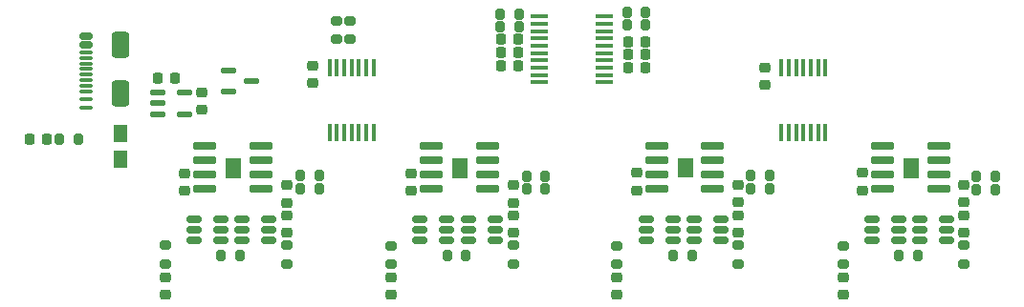
<source format=gbr>
%TF.GenerationSoftware,KiCad,Pcbnew,7.0.2*%
%TF.CreationDate,2023-06-23T11:00:42+02:00*%
%TF.ProjectId,DA_01_0V2_Smart_Battery_Charger,44415f30-315f-4305-9632-5f536d617274,rev?*%
%TF.SameCoordinates,Original*%
%TF.FileFunction,Paste,Top*%
%TF.FilePolarity,Positive*%
%FSLAX46Y46*%
G04 Gerber Fmt 4.6, Leading zero omitted, Abs format (unit mm)*
G04 Created by KiCad (PCBNEW 7.0.2) date 2023-06-23 11:00:42*
%MOMM*%
%LPD*%
G01*
G04 APERTURE LIST*
G04 Aperture macros list*
%AMRoundRect*
0 Rectangle with rounded corners*
0 $1 Rounding radius*
0 $2 $3 $4 $5 $6 $7 $8 $9 X,Y pos of 4 corners*
0 Add a 4 corners polygon primitive as box body*
4,1,4,$2,$3,$4,$5,$6,$7,$8,$9,$2,$3,0*
0 Add four circle primitives for the rounded corners*
1,1,$1+$1,$2,$3*
1,1,$1+$1,$4,$5*
1,1,$1+$1,$6,$7*
1,1,$1+$1,$8,$9*
0 Add four rect primitives between the rounded corners*
20,1,$1+$1,$2,$3,$4,$5,0*
20,1,$1+$1,$4,$5,$6,$7,0*
20,1,$1+$1,$6,$7,$8,$9,0*
20,1,$1+$1,$8,$9,$2,$3,0*%
G04 Aperture macros list end*
%ADD10C,0.010000*%
%ADD11RoundRect,0.102500X-0.677500X-0.102500X0.677500X-0.102500X0.677500X0.102500X-0.677500X0.102500X0*%
%ADD12RoundRect,0.145000X-0.550000X-0.145000X0.550000X-0.145000X0.550000X0.145000X-0.550000X0.145000X0*%
%ADD13RoundRect,0.147500X-0.512500X-0.147500X0.512500X-0.147500X0.512500X0.147500X-0.512500X0.147500X0*%
%ADD14RoundRect,0.042000X-0.943000X-0.258000X0.943000X-0.258000X0.943000X0.258000X-0.943000X0.258000X0*%
%ADD15RoundRect,0.150000X-0.525000X-0.150000X0.525000X-0.150000X0.525000X0.150000X-0.525000X0.150000X0*%
%ADD16RoundRect,0.200000X0.275000X-0.200000X0.275000X0.200000X-0.275000X0.200000X-0.275000X-0.200000X0*%
%ADD17RoundRect,0.200000X-0.200000X-0.275000X0.200000X-0.275000X0.200000X0.275000X-0.200000X0.275000X0*%
%ADD18RoundRect,0.225000X-0.225000X-0.250000X0.225000X-0.250000X0.225000X0.250000X-0.225000X0.250000X0*%
%ADD19RoundRect,0.218750X0.256250X-0.218750X0.256250X0.218750X-0.256250X0.218750X-0.256250X-0.218750X0*%
%ADD20RoundRect,0.225000X0.250000X-0.225000X0.250000X0.225000X-0.250000X0.225000X-0.250000X-0.225000X0*%
%ADD21RoundRect,0.200000X0.200000X0.275000X-0.200000X0.275000X-0.200000X-0.275000X0.200000X-0.275000X0*%
%ADD22RoundRect,0.225000X0.225000X0.250000X-0.225000X0.250000X-0.225000X-0.250000X0.225000X-0.250000X0*%
%ADD23RoundRect,0.225000X-0.250000X0.225000X-0.250000X-0.225000X0.250000X-0.225000X0.250000X0.225000X0*%
%ADD24RoundRect,0.102500X0.102500X-0.647500X0.102500X0.647500X-0.102500X0.647500X-0.102500X-0.647500X0*%
%ADD25RoundRect,0.294500X0.480500X-0.870500X0.480500X0.870500X-0.480500X0.870500X-0.480500X-0.870500X0*%
%ADD26RoundRect,0.150000X-0.420000X0.150000X-0.420000X-0.150000X0.420000X-0.150000X0.420000X0.150000X0*%
%ADD27RoundRect,0.075000X-0.495000X0.075000X-0.495000X-0.075000X0.495000X-0.075000X0.495000X0.075000X0*%
%ADD28RoundRect,0.200000X-0.275000X0.200000X-0.275000X-0.200000X0.275000X-0.200000X0.275000X0.200000X0*%
%ADD29R,1.295400X1.497552*%
G04 APERTURE END LIST*
%TO.C,U6*%
D10*
X140677000Y-86320000D02*
X139387000Y-86320000D01*
X139387000Y-84680000D01*
X140677000Y-84680000D01*
X140677000Y-86320000D01*
G36*
X140677000Y-86320000D02*
G01*
X139387000Y-86320000D01*
X139387000Y-84680000D01*
X140677000Y-84680000D01*
X140677000Y-86320000D01*
G37*
%TO.C,U5*%
X120645000Y-86320000D02*
X119355000Y-86320000D01*
X119355000Y-84680000D01*
X120645000Y-84680000D01*
X120645000Y-86320000D01*
G36*
X120645000Y-86320000D02*
G01*
X119355000Y-86320000D01*
X119355000Y-84680000D01*
X120645000Y-84680000D01*
X120645000Y-86320000D01*
G37*
%TO.C,U8*%
X180645000Y-86320000D02*
X179355000Y-86320000D01*
X179355000Y-84680000D01*
X180645000Y-84680000D01*
X180645000Y-86320000D01*
G36*
X180645000Y-86320000D02*
G01*
X179355000Y-86320000D01*
X179355000Y-84680000D01*
X180645000Y-84680000D01*
X180645000Y-86320000D01*
G37*
%TO.C,U7*%
X160645000Y-86270000D02*
X159355000Y-86270000D01*
X159355000Y-84630000D01*
X160645000Y-84630000D01*
X160645000Y-86270000D01*
G36*
X160645000Y-86270000D02*
G01*
X159355000Y-86270000D01*
X159355000Y-84630000D01*
X160645000Y-84630000D01*
X160645000Y-86270000D01*
G37*
%TD*%
D11*
%TO.C,U2*%
X147120000Y-72075000D03*
X147120000Y-72725000D03*
X147120000Y-73375000D03*
X147120000Y-74025000D03*
X147120000Y-74675000D03*
X147120000Y-75325000D03*
X147120000Y-75975000D03*
X147120000Y-76625000D03*
X147120000Y-77275000D03*
X147120000Y-77925000D03*
X152880000Y-77925000D03*
X152880000Y-77275000D03*
X152880000Y-76625000D03*
X152880000Y-75975000D03*
X152880000Y-75325000D03*
X152880000Y-74675000D03*
X152880000Y-74025000D03*
X152880000Y-73375000D03*
X152880000Y-72725000D03*
X152880000Y-72075000D03*
%TD*%
D12*
%TO.C,U1*%
X113354654Y-78838517D03*
X113354654Y-79788517D03*
X113354654Y-80738517D03*
X115684654Y-80738517D03*
X115684654Y-78838517D03*
%TD*%
D13*
%TO.C,D2*%
X119583000Y-76850000D03*
X119583000Y-78750000D03*
X121613000Y-77800000D03*
%TD*%
D14*
%TO.C,U6*%
X137557000Y-83595000D03*
X137557000Y-84865000D03*
X137557000Y-86135000D03*
X137557000Y-87405000D03*
X142507000Y-87405000D03*
X142507000Y-86135000D03*
X142507000Y-84865000D03*
X142507000Y-83595000D03*
%TD*%
%TO.C,U5*%
X117525000Y-83595000D03*
X117525000Y-84865000D03*
X117525000Y-86135000D03*
X117525000Y-87405000D03*
X122475000Y-87405000D03*
X122475000Y-86135000D03*
X122475000Y-84865000D03*
X122475000Y-83595000D03*
%TD*%
%TO.C,U8*%
X177525000Y-83595000D03*
X177525000Y-84865000D03*
X177525000Y-86135000D03*
X177525000Y-87405000D03*
X182475000Y-87405000D03*
X182475000Y-86135000D03*
X182475000Y-84865000D03*
X182475000Y-83595000D03*
%TD*%
%TO.C,U7*%
X157525000Y-83545000D03*
X157525000Y-84815000D03*
X157525000Y-86085000D03*
X157525000Y-87355000D03*
X162475000Y-87355000D03*
X162475000Y-86085000D03*
X162475000Y-84815000D03*
X162475000Y-83545000D03*
%TD*%
D15*
%TO.C,U9*%
X120825000Y-90050000D03*
X120825000Y-91000000D03*
X120825000Y-91950000D03*
X123195000Y-91950000D03*
X123195000Y-91000000D03*
X123195000Y-90050000D03*
%TD*%
%TO.C,U11*%
X160815000Y-90050000D03*
X160815000Y-91000000D03*
X160815000Y-91950000D03*
X163185000Y-91950000D03*
X163185000Y-91000000D03*
X163185000Y-90050000D03*
%TD*%
%TO.C,U12*%
X180815000Y-90050000D03*
X180815000Y-91000000D03*
X180815000Y-91950000D03*
X183185000Y-91950000D03*
X183185000Y-91000000D03*
X183185000Y-90050000D03*
%TD*%
%TO.C,Q3*%
X156565000Y-90050000D03*
X156565000Y-91000000D03*
X156565000Y-91950000D03*
X158935000Y-91950000D03*
X158935000Y-91000000D03*
X158935000Y-90050000D03*
%TD*%
%TO.C,Q4*%
X176565000Y-90050000D03*
X176565000Y-91000000D03*
X176565000Y-91950000D03*
X178935000Y-91950000D03*
X178935000Y-91000000D03*
X178935000Y-90050000D03*
%TD*%
%TO.C,Q2*%
X136565000Y-90050000D03*
X136565000Y-91000000D03*
X136565000Y-91950000D03*
X138935000Y-91950000D03*
X138935000Y-91000000D03*
X138935000Y-90050000D03*
%TD*%
%TO.C,Q1*%
X116575000Y-90050000D03*
X116575000Y-91000000D03*
X116575000Y-91950000D03*
X118945000Y-91950000D03*
X118945000Y-91000000D03*
X118945000Y-90050000D03*
%TD*%
%TO.C,U10*%
X140815000Y-90050000D03*
X140815000Y-91000000D03*
X140815000Y-91950000D03*
X143185000Y-91950000D03*
X143185000Y-91000000D03*
X143185000Y-90050000D03*
%TD*%
D16*
%TO.C,R27*%
X129200000Y-74125000D03*
X129200000Y-72475000D03*
%TD*%
D17*
%TO.C,R11*%
X125975000Y-86200000D03*
X127625000Y-86200000D03*
%TD*%
D16*
%TO.C,R19*%
X144800000Y-94050000D03*
X144800000Y-92400000D03*
%TD*%
D18*
%TO.C,C8*%
X101975000Y-83000000D03*
X103525000Y-83000000D03*
%TD*%
D17*
%TO.C,R1*%
X143675000Y-71850000D03*
X145325000Y-71850000D03*
%TD*%
D18*
%TO.C,C3*%
X154950000Y-74300000D03*
X156500000Y-74300000D03*
%TD*%
D19*
%TO.C,D5*%
X174000000Y-96787500D03*
X174000000Y-95212500D03*
%TD*%
D20*
%TO.C,C16*%
X175750000Y-87525000D03*
X175750000Y-85975000D03*
%TD*%
D21*
%TO.C,R24*%
X160625000Y-93300000D03*
X158975000Y-93300000D03*
%TD*%
D20*
%TO.C,C14*%
X135750000Y-87545000D03*
X135750000Y-85995000D03*
%TD*%
D22*
%TO.C,C6*%
X145275000Y-75300000D03*
X143725000Y-75300000D03*
%TD*%
D23*
%TO.C,C18*%
X144800000Y-87075000D03*
X144800000Y-88625000D03*
%TD*%
D21*
%TO.C,R5*%
X156550000Y-71700000D03*
X154900000Y-71700000D03*
%TD*%
D23*
%TO.C,C7*%
X117250000Y-78800000D03*
X117250000Y-80350000D03*
%TD*%
D18*
%TO.C,C1*%
X154950000Y-76650000D03*
X156500000Y-76650000D03*
%TD*%
D23*
%TO.C,C11*%
X127075000Y-76425000D03*
X127075000Y-77975000D03*
%TD*%
D24*
%TO.C,U4*%
X168550000Y-82385000D03*
X169200000Y-82385000D03*
X169850000Y-82385000D03*
X170500000Y-82385000D03*
X171150000Y-82385000D03*
X171800000Y-82385000D03*
X172450000Y-82385000D03*
X172450000Y-76615000D03*
X171800000Y-76615000D03*
X171150000Y-76615000D03*
X170500000Y-76615000D03*
X169850000Y-76615000D03*
X169200000Y-76615000D03*
X168550000Y-76615000D03*
%TD*%
D21*
%TO.C,R22*%
X120600000Y-93300000D03*
X118950000Y-93300000D03*
%TD*%
D18*
%TO.C,C4*%
X113350000Y-77525000D03*
X114900000Y-77525000D03*
%TD*%
D19*
%TO.C,D3*%
X114000000Y-96787500D03*
X114000000Y-95212500D03*
%TD*%
D23*
%TO.C,C23*%
X164700000Y-89745000D03*
X164700000Y-91295000D03*
%TD*%
%TO.C,C21*%
X124750000Y-89725000D03*
X124750000Y-91275000D03*
%TD*%
D16*
%TO.C,R26*%
X130350000Y-74125000D03*
X130350000Y-72475000D03*
%TD*%
%TO.C,R20*%
X164700000Y-94050000D03*
X164700000Y-92400000D03*
%TD*%
D19*
%TO.C,D4*%
X134000000Y-96787500D03*
X134000000Y-95212500D03*
%TD*%
D22*
%TO.C,C5*%
X145275000Y-76475000D03*
X143725000Y-76475000D03*
%TD*%
D21*
%TO.C,R3*%
X106275000Y-83000000D03*
X104625000Y-83000000D03*
%TD*%
D23*
%TO.C,C20*%
X184700000Y-87025000D03*
X184700000Y-88575000D03*
%TD*%
D17*
%TO.C,R15*%
X165850000Y-86225000D03*
X167500000Y-86225000D03*
%TD*%
D23*
%TO.C,C12*%
X167125000Y-76600000D03*
X167125000Y-78150000D03*
%TD*%
D21*
%TO.C,R23*%
X140600000Y-93300000D03*
X138950000Y-93300000D03*
%TD*%
D19*
%TO.C,D6*%
X154000000Y-96787500D03*
X154000000Y-95212500D03*
%TD*%
D25*
%TO.C,D1*%
X110000000Y-78885000D03*
X110000000Y-74615000D03*
%TD*%
D23*
%TO.C,C19*%
X164700000Y-87025000D03*
X164700000Y-88575000D03*
%TD*%
D17*
%TO.C,R16*%
X185850000Y-87425000D03*
X187500000Y-87425000D03*
%TD*%
D26*
%TO.C,J1*%
X107000000Y-73800000D03*
X107000000Y-74600000D03*
D27*
X107000000Y-75750000D03*
X107000000Y-76750000D03*
X107000000Y-77250000D03*
X107000000Y-78250000D03*
X107000000Y-80200000D03*
X107000000Y-79400000D03*
X107000000Y-78750000D03*
X107000000Y-77750000D03*
X107000000Y-76250000D03*
X107000000Y-75250000D03*
%TD*%
D21*
%TO.C,R25*%
X180625000Y-93300000D03*
X178975000Y-93300000D03*
%TD*%
D17*
%TO.C,R17*%
X185850000Y-86300000D03*
X187500000Y-86300000D03*
%TD*%
D16*
%TO.C,R21*%
X184700000Y-94050000D03*
X184700000Y-92400000D03*
%TD*%
D23*
%TO.C,C17*%
X124750000Y-87075000D03*
X124750000Y-88625000D03*
%TD*%
D28*
%TO.C,R9*%
X154000000Y-92450000D03*
X154000000Y-94100000D03*
%TD*%
D17*
%TO.C,R10*%
X125976453Y-87393054D03*
X127626453Y-87393054D03*
%TD*%
D23*
%TO.C,C22*%
X144800000Y-89745000D03*
X144800000Y-91295000D03*
%TD*%
D28*
%TO.C,R6*%
X114000000Y-92375000D03*
X114000000Y-94025000D03*
%TD*%
D18*
%TO.C,C10*%
X143725000Y-74125000D03*
X145275000Y-74125000D03*
%TD*%
D21*
%TO.C,R4*%
X156550000Y-72825000D03*
X154900000Y-72825000D03*
%TD*%
D24*
%TO.C,U3*%
X128550000Y-82385000D03*
X129200000Y-82385000D03*
X129850000Y-82385000D03*
X130500000Y-82385000D03*
X131150000Y-82385000D03*
X131800000Y-82385000D03*
X132450000Y-82385000D03*
X132450000Y-76615000D03*
X131800000Y-76615000D03*
X131150000Y-76615000D03*
X130500000Y-76615000D03*
X129850000Y-76615000D03*
X129200000Y-76615000D03*
X128550000Y-76615000D03*
%TD*%
D16*
%TO.C,R18*%
X124750000Y-94050000D03*
X124750000Y-92400000D03*
%TD*%
D23*
%TO.C,C24*%
X184700000Y-89745000D03*
X184700000Y-91295000D03*
%TD*%
D17*
%TO.C,R13*%
X145975000Y-86275000D03*
X147625000Y-86275000D03*
%TD*%
D20*
%TO.C,C15*%
X155750000Y-87525000D03*
X155750000Y-85975000D03*
%TD*%
D17*
%TO.C,R2*%
X143675000Y-72975000D03*
X145325000Y-72975000D03*
%TD*%
D28*
%TO.C,R8*%
X174000000Y-92450000D03*
X174000000Y-94100000D03*
%TD*%
D17*
%TO.C,R14*%
X165850000Y-87350000D03*
X167500000Y-87350000D03*
%TD*%
D28*
%TO.C,R7*%
X134000000Y-92425000D03*
X134000000Y-94075000D03*
%TD*%
D18*
%TO.C,C2*%
X154950000Y-75475000D03*
X156500000Y-75475000D03*
%TD*%
D17*
%TO.C,R12*%
X145975000Y-87400000D03*
X147625000Y-87400000D03*
%TD*%
D29*
%TO.C,C9*%
X110000000Y-84710848D03*
X110000000Y-82500000D03*
%TD*%
D20*
%TO.C,C13*%
X115675000Y-87550000D03*
X115675000Y-86000000D03*
%TD*%
M02*

</source>
